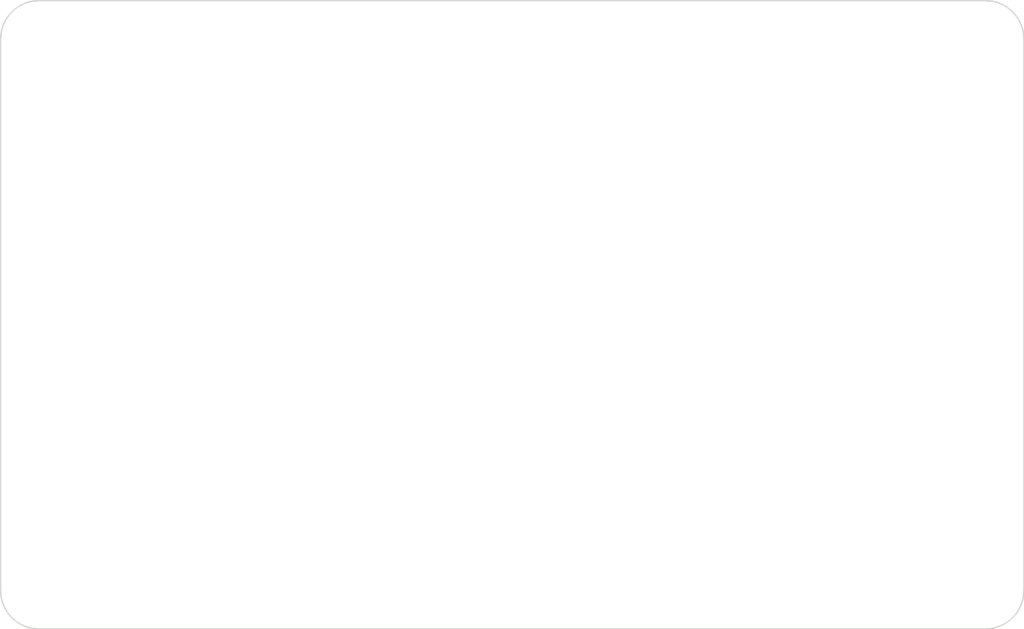
<source format=kicad_pcb>
(kicad_pcb (version 20171130) (host pcbnew 5.1.6-c6e7f7d~87~ubuntu18.04.1)

  (general
    (thickness 1.6)
    (drawings 0)
    (tracks 0)
    (zones 0)
    (modules 0)
    (nets 1)
  )

  (page A)
  (title_block
    (title "HR2 ST Link Adapter")
    (date 2020-07-18)
    (rev A)
    (company "Home Brew Robotics Club")
  )

  (layers
    (0 F.Cu signal)
    (31 B.Cu signal)
    (32 B.Adhes user)
    (33 F.Adhes user)
    (34 B.Paste user)
    (35 F.Paste user)
    (36 B.SilkS user)
    (37 F.SilkS user)
    (38 B.Mask user)
    (39 F.Mask user)
    (40 Dwgs.User user)
    (41 Cmts.User user)
    (42 Eco1.User user)
    (43 Eco2.User user)
    (44 Edge.Cuts user)
    (45 Margin user)
    (46 B.CrtYd user)
    (47 F.CrtYd user)
    (48 B.Fab user)
    (49 F.Fab user)
  )

  (setup
    (last_trace_width 0.25)
    (trace_clearance 0.2)
    (zone_clearance 0.508)
    (zone_45_only no)
    (trace_min 0.2)
    (via_size 0.8)
    (via_drill 0.4)
    (via_min_size 0.4)
    (via_min_drill 0.3)
    (uvia_size 0.3)
    (uvia_drill 0.1)
    (uvias_allowed no)
    (uvia_min_size 0.2)
    (uvia_min_drill 0.1)
    (edge_width 0.05)
    (segment_width 0.2)
    (pcb_text_width 0.3)
    (pcb_text_size 1.5 1.5)
    (mod_edge_width 0.12)
    (mod_text_size 1 1)
    (mod_text_width 0.15)
    (pad_size 1.524 1.524)
    (pad_drill 0.762)
    (pad_to_mask_clearance 0.05)
    (aux_axis_origin 0 0)
    (visible_elements FFFFFF7F)
    (pcbplotparams
      (layerselection 0x010fc_ffffffff)
      (usegerberextensions false)
      (usegerberattributes true)
      (usegerberadvancedattributes true)
      (creategerberjobfile true)
      (excludeedgelayer true)
      (linewidth 0.100000)
      (plotframeref false)
      (viasonmask false)
      (mode 1)
      (useauxorigin false)
      (hpglpennumber 1)
      (hpglpenspeed 20)
      (hpglpendiameter 15.000000)
      (psnegative false)
      (psa4output false)
      (plotreference true)
      (plotvalue true)
      (plotinvisibletext false)
      (padsonsilk false)
      (subtractmaskfromsilk false)
      (outputformat 1)
      (mirror false)
      (drillshape 1)
      (scaleselection 1)
      (outputdirectory ""))
  )

  (net 0 "")

  (net_class Default "This is the default net class."
    (clearance 0.2)
    (trace_width 0.25)
    (via_dia 0.8)
    (via_drill 0.4)
    (uvia_dia 0.3)
    (uvia_drill 0.1)
  )
  (gr_line (start 105 89.22) (end 104.99 89.09) (layer Edge.Cuts) (width 0.05))
  (gr_line (start 104.99 89.09) (end 104.98 88.96) (layer Edge.Cuts) (width 0.05))
  (gr_line (start 104.98 88.96) (end 104.95 88.83) (layer Edge.Cuts) (width 0.05))
  (gr_line (start 104.95 88.83) (end 104.91 88.71) (layer Edge.Cuts) (width 0.05))
  (gr_line (start 104.91 88.71) (end 104.86 88.59) (layer Edge.Cuts) (width 0.05))
  (gr_line (start 104.86 88.59) (end 104.8 88.47) (layer Edge.Cuts) (width 0.05))
  (gr_line (start 104.8 88.47) (end 104.73 88.36) (layer Edge.Cuts) (width 0.05))
  (gr_line (start 104.73 88.36) (end 104.65 88.26) (layer Edge.Cuts) (width 0.05))
  (gr_line (start 104.65 88.26) (end 104.56 88.16) (layer Edge.Cuts) (width 0.05))
  (gr_line (start 104.56 88.16) (end 104.46 88.07) (layer Edge.Cuts) (width 0.05))
  (gr_line (start 104.46 88.07) (end 104.36 87.99) (layer Edge.Cuts) (width 0.05))
  (gr_line (start 104.36 87.99) (end 104.25 87.92) (layer Edge.Cuts) (width 0.05))
  (gr_line (start 104.25 87.92) (end 104.13 87.86) (layer Edge.Cuts) (width 0.05))
  (gr_line (start 104.13 87.86) (end 104.01 87.81) (layer Edge.Cuts) (width 0.05))
  (gr_line (start 104.01 87.81) (end 103.89 87.77) (layer Edge.Cuts) (width 0.05))
  (gr_line (start 103.89 87.77) (end 103.76 87.74) (layer Edge.Cuts) (width 0.05))
  (gr_line (start 103.76 87.74) (end 103.63 87.73) (layer Edge.Cuts) (width 0.05))
  (gr_line (start 103.63 87.73) (end 103.5 87.72) (layer Edge.Cuts) (width 0.05))
  (gr_line (start 103.5 87.72) (end 66.5 87.72) (layer Edge.Cuts) (width 0.05))
  (gr_line (start 66.5 87.72) (end 66.37 87.73) (layer Edge.Cuts) (width 0.05))
  (gr_line (start 66.37 87.73) (end 66.24 87.74) (layer Edge.Cuts) (width 0.05))
  (gr_line (start 66.24 87.74) (end 66.11 87.77) (layer Edge.Cuts) (width 0.05))
  (gr_line (start 66.11 87.77) (end 65.99 87.81) (layer Edge.Cuts) (width 0.05))
  (gr_line (start 65.99 87.81) (end 65.87 87.86) (layer Edge.Cuts) (width 0.05))
  (gr_line (start 65.87 87.86) (end 65.75 87.92) (layer Edge.Cuts) (width 0.05))
  (gr_line (start 65.75 87.92) (end 65.64 87.99) (layer Edge.Cuts) (width 0.05))
  (gr_line (start 65.64 87.99) (end 65.54 88.07) (layer Edge.Cuts) (width 0.05))
  (gr_line (start 65.54 88.07) (end 65.44 88.16) (layer Edge.Cuts) (width 0.05))
  (gr_line (start 65.44 88.16) (end 65.35 88.26) (layer Edge.Cuts) (width 0.05))
  (gr_line (start 65.35 88.26) (end 65.27 88.36) (layer Edge.Cuts) (width 0.05))
  (gr_line (start 65.27 88.36) (end 65.2 88.47) (layer Edge.Cuts) (width 0.05))
  (gr_line (start 65.2 88.47) (end 65.14 88.59) (layer Edge.Cuts) (width 0.05))
  (gr_line (start 65.14 88.59) (end 65.09 88.71) (layer Edge.Cuts) (width 0.05))
  (gr_line (start 65.09 88.71) (end 65.05 88.83) (layer Edge.Cuts) (width 0.05))
  (gr_line (start 65.05 88.83) (end 65.02 88.96) (layer Edge.Cuts) (width 0.05))
  (gr_line (start 65.02 88.96) (end 65.01 89.09) (layer Edge.Cuts) (width 0.05))
  (gr_line (start 65.01 89.09) (end 65 89.22) (layer Edge.Cuts) (width 0.05))
  (gr_line (start 65 89.22) (end 65 110.78) (layer Edge.Cuts) (width 0.05))
  (gr_line (start 65 110.78) (end 65.01 110.91) (layer Edge.Cuts) (width 0.05))
  (gr_line (start 65.01 110.91) (end 65.02 111.04) (layer Edge.Cuts) (width 0.05))
  (gr_line (start 65.02 111.04) (end 65.05 111.17) (layer Edge.Cuts) (width 0.05))
  (gr_line (start 65.05 111.17) (end 65.09 111.29) (layer Edge.Cuts) (width 0.05))
  (gr_line (start 65.09 111.29) (end 65.14 111.41) (layer Edge.Cuts) (width 0.05))
  (gr_line (start 65.14 111.41) (end 65.2 111.53) (layer Edge.Cuts) (width 0.05))
  (gr_line (start 65.2 111.53) (end 65.27 111.64) (layer Edge.Cuts) (width 0.05))
  (gr_line (start 65.27 111.64) (end 65.35 111.74) (layer Edge.Cuts) (width 0.05))
  (gr_line (start 65.35 111.74) (end 65.44 111.84) (layer Edge.Cuts) (width 0.05))
  (gr_line (start 65.44 111.84) (end 65.54 111.93) (layer Edge.Cuts) (width 0.05))
  (gr_line (start 65.54 111.93) (end 65.64 112.01) (layer Edge.Cuts) (width 0.05))
  (gr_line (start 65.64 112.01) (end 65.75 112.08) (layer Edge.Cuts) (width 0.05))
  (gr_line (start 65.75 112.08) (end 65.87 112.14) (layer Edge.Cuts) (width 0.05))
  (gr_line (start 65.87 112.14) (end 65.99 112.19) (layer Edge.Cuts) (width 0.05))
  (gr_line (start 65.99 112.19) (end 66.11 112.23) (layer Edge.Cuts) (width 0.05))
  (gr_line (start 66.11 112.23) (end 66.24 112.26) (layer Edge.Cuts) (width 0.05))
  (gr_line (start 66.24 112.26) (end 66.37 112.27) (layer Edge.Cuts) (width 0.05))
  (gr_line (start 66.37 112.27) (end 66.5 112.28) (layer Edge.Cuts) (width 0.05))
  (gr_line (start 66.5 112.28) (end 103.5 112.28) (layer Edge.Cuts) (width 0.05))
  (gr_line (start 103.5 112.28) (end 103.63 112.27) (layer Edge.Cuts) (width 0.05))
  (gr_line (start 103.63 112.27) (end 103.76 112.26) (layer Edge.Cuts) (width 0.05))
  (gr_line (start 103.76 112.26) (end 103.89 112.23) (layer Edge.Cuts) (width 0.05))
  (gr_line (start 103.89 112.23) (end 104.01 112.19) (layer Edge.Cuts) (width 0.05))
  (gr_line (start 104.01 112.19) (end 104.13 112.14) (layer Edge.Cuts) (width 0.05))
  (gr_line (start 104.13 112.14) (end 104.25 112.08) (layer Edge.Cuts) (width 0.05))
  (gr_line (start 104.25 112.08) (end 104.36 112.01) (layer Edge.Cuts) (width 0.05))
  (gr_line (start 104.36 112.01) (end 104.46 111.93) (layer Edge.Cuts) (width 0.05))
  (gr_line (start 104.46 111.93) (end 104.56 111.84) (layer Edge.Cuts) (width 0.05))
  (gr_line (start 104.56 111.84) (end 104.65 111.74) (layer Edge.Cuts) (width 0.05))
  (gr_line (start 104.65 111.74) (end 104.73 111.64) (layer Edge.Cuts) (width 0.05))
  (gr_line (start 104.73 111.64) (end 104.8 111.53) (layer Edge.Cuts) (width 0.05))
  (gr_line (start 104.8 111.53) (end 104.86 111.41) (layer Edge.Cuts) (width 0.05))
  (gr_line (start 104.86 111.41) (end 104.91 111.29) (layer Edge.Cuts) (width 0.05))
  (gr_line (start 104.91 111.29) (end 104.95 111.17) (layer Edge.Cuts) (width 0.05))
  (gr_line (start 104.95 111.17) (end 104.98 111.04) (layer Edge.Cuts) (width 0.05))
  (gr_line (start 104.98 111.04) (end 104.99 110.91) (layer Edge.Cuts) (width 0.05))
  (gr_line (start 104.99 110.91) (end 105 110.78) (layer Edge.Cuts) (width 0.05))
  (gr_line (start 105 110.78) (end 105 89.22) (layer Edge.Cuts) (width 0.05))

)

</source>
